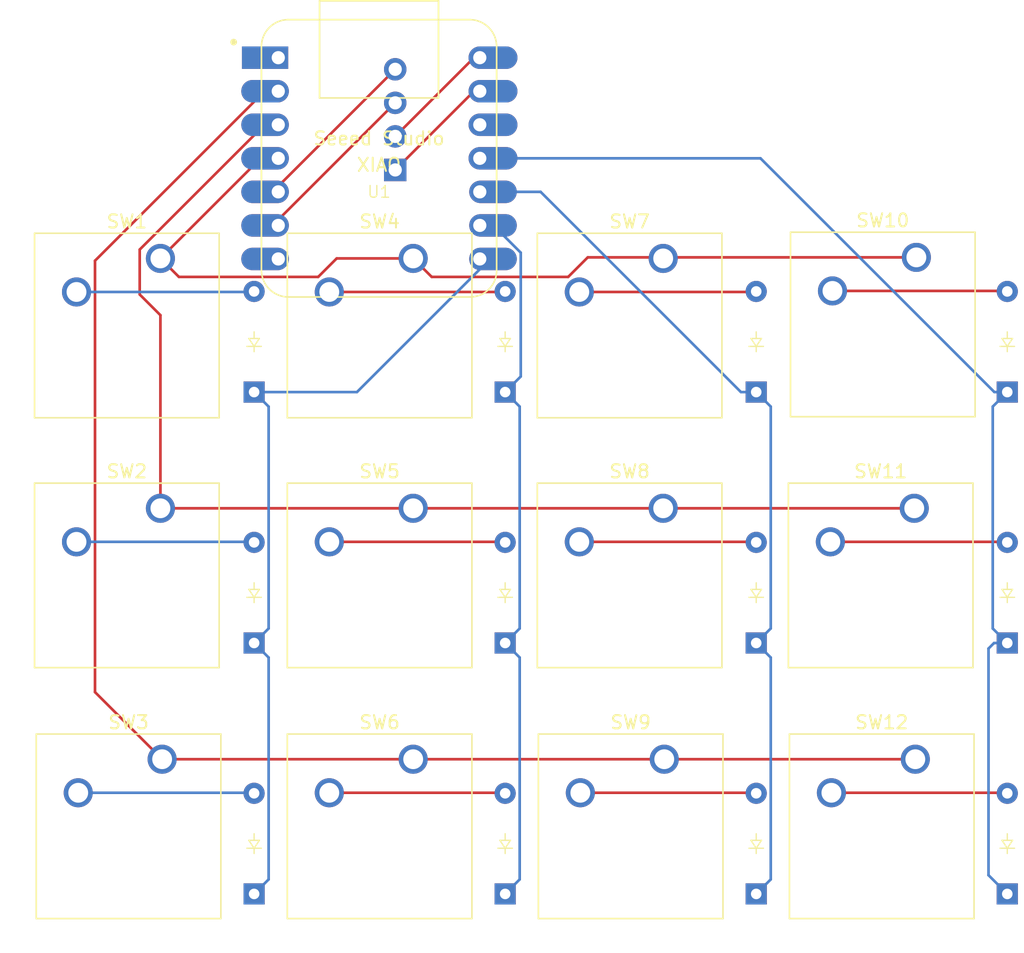
<source format=kicad_pcb>
(kicad_pcb (version 20240108) (generator "pcbnew") (generator_version "8.0")
  (layers (0 "F.Cu" power) (31 "B.Cu" signal) (34 "B.Paste" user) (35 "F.Paste" user) (36 "B.SilkS" user "B.Silkscreen") (37 "F.SilkS" user "F.Silkscreen") (38 "B.Mask" user) (39 "F.Mask" user) (44 "Edge.Cuts" user))
  (net 0 "")
  (net 1 "Net-(D1-A)")
  (net 2 "r0")
  (net 3 "Net-(D2-A)")
  (net 4 "Net-(D3-A)")
  (net 5 "r1")
  (net 6 "Net-(D4-A)")
  (net 7 "Net-(D5-A)")
  (net 8 "Net-(D6-A)")
  (net 9 "r2")
  (net 10 "Net-(D7-A)")
  (net 11 "Net-(D8-A)")
  (net 12 "Net-(D9-A)")
  (net 13 "r3")
  (net 14 "Net-(D10-A)")
  (net 15 "Net-(D11-A)")
  (net 16 "Net-(D12-A)")
  (net 17 "Net-(J1-GND)")
  (net 18 "Net-(J1-SCL)")
  (net 19 "Net-(J1-VCC)")
  (net 20 "Net-(J1-SDA)")
  (net 21 "c0")
  (net 22 "c1")
  (net 23 "c2")
  (footprint "footprintsS:Diode_DO-35" (layer "F.Cu") (at 172.42 103.62 90)
    (property "Reference" "D12" (hide yes))
    (property "Value" "D" (hide yes))
    (fp_line (start 3.46 -0.55) (end 3.46 0.55) (stroke (width 0.1)) (layer "F.SilkS"))
    (fp_line (start 4.06 -0.4) (end 4.06 0.4) (stroke (width 0.1)) (layer "F.SilkS"))
    (fp_line (start 4.06 0) (end 4.56 0) (stroke (width 0.1)) (layer "F.SilkS"))
    (fp_line (start 3.46 0) (end 4.06 -0.4) (stroke (width 0.1)) (layer "F.SilkS"))
    (fp_line (start 3.06 0) (end 3.46 0) (stroke (width 0.1)) (layer "F.SilkS"))
    (fp_line (start 4.06 0.4) (end 3.46 0) (stroke (width 0.1)) (layer "F.SilkS"))
    (pad "1" thru_hole rect (at 0 0 90) (size 1.6 1.6) (drill 0.8) (layers "*.Cu" "*.Mask") (net 13 "r3"))
    (pad "2" thru_hole oval (at 7.62 0 90) (size 1.6 1.6) (drill 0.8) (layers "*.Cu" "*.Mask") (net 16 "Net-(D12-A)"))
  )
  (footprint "footprintsS:Diode_DO-35" (layer "F.Cu") (at 172.42 65.62 90)
    (property "Reference" "D10" (hide yes))
    (property "Value" "D" (hide yes))
    (fp_line (start 3.46 -0.55) (end 3.46 0.55) (stroke (width 0.1)) (layer "F.SilkS"))
    (fp_line (start 4.06 -0.4) (end 4.06 0.4) (stroke (width 0.1)) (layer "F.SilkS"))
    (fp_line (start 4.06 0) (end 4.56 0) (stroke (width 0.1)) (layer "F.SilkS"))
    (fp_line (start 3.46 0) (end 4.06 -0.4) (stroke (width 0.1)) (layer "F.SilkS"))
    (fp_line (start 3.06 0) (end 3.46 0) (stroke (width 0.1)) (layer "F.SilkS"))
    (fp_line (start 4.06 0.4) (end 3.46 0) (stroke (width 0.1)) (layer "F.SilkS"))
    (pad "1" thru_hole rect (at 0 0 90) (size 1.6 1.6) (drill 0.8) (layers "*.Cu" "*.Mask") (net 13 "r3"))
    (pad "2" thru_hole oval (at 7.62 0 90) (size 1.6 1.6) (drill 0.8) (layers "*.Cu" "*.Mask") (net 14 "Net-(D10-A)"))
  )
  (footprint "Button_Switch_Keyboard:SW_Cherry_MX_1.00u_PCB" (layer "F.Cu") (at 165.54 55.42)
    (property "Reference" "SW10" (at -2.54 -2.794 0) (layer "F.SilkS"))
    (property "Value" "SW_Push_45deg")
    (fp_line (start -9.525 -1.905) (end 4.445 -1.905) (stroke (width 0.12)) (layer "F.SilkS"))
    (fp_line (start -9.525 12.065) (end -9.525 -1.905) (stroke (width 0.12)) (layer "F.SilkS"))
    (fp_line (start 4.445 -1.905) (end 4.445 12.065) (stroke (width 0.12)) (layer "F.SilkS"))
    (fp_line (start 4.445 12.065) (end -9.525 12.065) (stroke (width 0.12)) (layer "F.SilkS"))
    (pad "" np_thru_hole circle (at -7.62 5.08) (size 1.7 1.7) (drill 1.7) (layers "*.Cu" "*.Mask"))
    (pad "" np_thru_hole circle (at -2.54 5.08) (size 4 4) (drill 4) (layers "*.Cu" "*.Mask"))
    (pad "" np_thru_hole circle (at 2.54 5.08) (size 1.7 1.7) (drill 1.7) (layers "*.Cu" "*.Mask"))
    (pad "1" thru_hole circle (at 0 0) (size 2.2 2.2) (drill 1.5) (layers "*.Cu" "*.Mask") (net 23 "c2"))
    (pad "2" thru_hole circle (at -6.35 2.54) (size 2.2 2.2) (drill 1.5) (layers "*.Cu" "*.Mask") (net 14 "Net-(D10-A)"))
  )
  (footprint "footprintsS:Diode_DO-35" (layer "F.Cu") (at 153.42 84.62 90)
    (property "Reference" "D8" (hide yes))
    (property "Value" "D" (hide yes))
    (fp_line (start 3.46 -0.55) (end 3.46 0.55) (stroke (width 0.1)) (layer "F.SilkS"))
    (fp_line (start 4.06 -0.4) (end 4.06 0.4) (stroke (width 0.1)) (layer "F.SilkS"))
    (fp_line (start 4.06 0) (end 4.56 0) (stroke (width 0.1)) (layer "F.SilkS"))
    (fp_line (start 3.46 0) (end 4.06 -0.4) (stroke (width 0.1)) (layer "F.SilkS"))
    (fp_line (start 3.06 0) (end 3.46 0) (stroke (width 0.1)) (layer "F.SilkS"))
    (fp_line (start 4.06 0.4) (end 3.46 0) (stroke (width 0.1)) (layer "F.SilkS"))
    (pad "1" thru_hole rect (at 0 0 90) (size 1.6 1.6) (drill 0.8) (layers "*.Cu" "*.Mask") (net 9 "r2"))
    (pad "2" thru_hole oval (at 7.62 0 90) (size 1.6 1.6) (drill 0.8) (layers "*.Cu" "*.Mask") (net 11 "Net-(D8-A)"))
  )
  (footprint "Button_Switch_Keyboard:SW_Cherry_MX_1.00u_PCB" (layer "F.Cu") (at 146.46 93.42)
    (property "Reference" "SW9" (at -2.54 -2.794 0) (layer "F.SilkS"))
    (property "Value" "SW_Push_45deg")
    (fp_line (start -9.525 -1.905) (end 4.445 -1.905) (stroke (width 0.12)) (layer "F.SilkS"))
    (fp_line (start -9.525 12.065) (end -9.525 -1.905) (stroke (width 0.12)) (layer "F.SilkS"))
    (fp_line (start 4.445 -1.905) (end 4.445 12.065) (stroke (width 0.12)) (layer "F.SilkS"))
    (fp_line (start 4.445 12.065) (end -9.525 12.065) (stroke (width 0.12)) (layer "F.SilkS"))
    (pad "" np_thru_hole circle (at -7.62 5.08) (size 1.7 1.7) (drill 1.7) (layers "*.Cu" "*.Mask"))
    (pad "" np_thru_hole circle (at -2.54 5.08) (size 4 4) (drill 4) (layers "*.Cu" "*.Mask"))
    (pad "" np_thru_hole circle (at 2.54 5.08) (size 1.7 1.7) (drill 1.7) (layers "*.Cu" "*.Mask"))
    (pad "1" thru_hole circle (at 0 0) (size 2.2 2.2) (drill 1.5) (layers "*.Cu" "*.Mask") (net 21 "c0"))
    (pad "2" thru_hole circle (at -6.35 2.54) (size 2.2 2.2) (drill 1.5) (layers "*.Cu" "*.Mask") (net 12 "Net-(D9-A)"))
  )
  (footprint "footprintsS:Diode_DO-35" (layer "F.Cu") (at 153.42 103.62 90)
    (property "Reference" "D9" (hide yes))
    (property "Value" "D" (hide yes))
    (fp_line (start 3.46 -0.55) (end 3.46 0.55) (stroke (width 0.1)) (layer "F.SilkS"))
    (fp_line (start 4.06 -0.4) (end 4.06 0.4) (stroke (width 0.1)) (layer "F.SilkS"))
    (fp_line (start 4.06 0) (end 4.56 0) (stroke (width 0.1)) (layer "F.SilkS"))
    (fp_line (start 3.46 0) (end 4.06 -0.4) (stroke (width 0.1)) (layer "F.SilkS"))
    (fp_line (start 3.06 0) (end 3.46 0) (stroke (width 0.1)) (layer "F.SilkS"))
    (fp_line (start 4.06 0.4) (end 3.46 0) (stroke (width 0.1)) (layer "F.SilkS"))
    (pad "1" thru_hole rect (at 0 0 90) (size 1.6 1.6) (drill 0.8) (layers "*.Cu" "*.Mask") (net 9 "r2"))
    (pad "2" thru_hole oval (at 7.62 0 90) (size 1.6 1.6) (drill 0.8) (layers "*.Cu" "*.Mask") (net 12 "Net-(D9-A)"))
  )
  (footprint "Button_Switch_Keyboard:SW_Cherry_MX_1.00u_PCB" (layer "F.Cu") (at 108.33 74.42)
    (property "Reference" "SW2" (at -2.54 -2.794 0) (layer "F.SilkS"))
    (property "Value" "SW_Push_45deg")
    (fp_line (start -9.525 -1.905) (end 4.445 -1.905) (stroke (width 0.12)) (layer "F.SilkS"))
    (fp_line (start -9.525 12.065) (end -9.525 -1.905) (stroke (width 0.12)) (layer "F.SilkS"))
    (fp_line (start 4.445 -1.905) (end 4.445 12.065) (stroke (width 0.12)) (layer "F.SilkS"))
    (fp_line (start 4.445 12.065) (end -9.525 12.065) (stroke (width 0.12)) (layer "F.SilkS"))
    (pad "" np_thru_hole circle (at -7.62 5.08) (size 1.7 1.7) (drill 1.7) (layers "*.Cu" "*.Mask"))
    (pad "" np_thru_hole circle (at -2.54 5.08) (size 4 4) (drill 4) (layers "*.Cu" "*.Mask"))
    (pad "" np_thru_hole circle (at 2.54 5.08) (size 1.7 1.7) (drill 1.7) (layers "*.Cu" "*.Mask"))
    (pad "1" thru_hole circle (at 0 0) (size 2.2 2.2) (drill 1.5) (layers "*.Cu" "*.Mask") (net 22 "c1"))
    (pad "2" thru_hole circle (at -6.35 2.54) (size 2.2 2.2) (drill 1.5) (layers "*.Cu" "*.Mask") (net 3 "Net-(D2-A)"))
  )
  (footprint "Button_Switch_Keyboard:SW_Cherry_MX_1.00u_PCB" (layer "F.Cu") (at 127.46 55.5)
    (property "Reference" "SW4" (at -2.54 -2.794 0) (layer "F.SilkS"))
    (property "Value" "SW_Push_45deg")
    (fp_line (start -9.525 -1.905) (end 4.445 -1.905) (stroke (width 0.12)) (layer "F.SilkS"))
    (fp_line (start -9.525 12.065) (end -9.525 -1.905) (stroke (width 0.12)) (layer "F.SilkS"))
    (fp_line (start 4.445 -1.905) (end 4.445 12.065) (stroke (width 0.12)) (layer "F.SilkS"))
    (fp_line (start 4.445 12.065) (end -9.525 12.065) (stroke (width 0.12)) (layer "F.SilkS"))
    (pad "" np_thru_hole circle (at -7.62 5.08) (size 1.7 1.7) (drill 1.7) (layers "*.Cu" "*.Mask"))
    (pad "" np_thru_hole circle (at -2.54 5.08) (size 4 4) (drill 4) (layers "*.Cu" "*.Mask"))
    (pad "" np_thru_hole circle (at 2.54 5.08) (size 1.7 1.7) (drill 1.7) (layers "*.Cu" "*.Mask"))
    (pad "1" thru_hole circle (at 0 0) (size 2.2 2.2) (drill 1.5) (layers "*.Cu" "*.Mask") (net 23 "c2"))
    (pad "2" thru_hole circle (at -6.35 2.54) (size 2.2 2.2) (drill 1.5) (layers "*.Cu" "*.Mask") (net 6 "Net-(D4-A)"))
  )
  (footprint "Button_Switch_Keyboard:SW_Cherry_MX_1.00u_PCB" (layer "F.Cu") (at 108.33 55.5)
    (property "Reference" "SW1" (at -2.54 -2.794 0) (layer "F.SilkS"))
    (property "Value" "SW_Push_45deg")
    (fp_line (start -9.525 -1.905) (end 4.445 -1.905) (stroke (width 0.12)) (layer "F.SilkS"))
    (fp_line (start -9.525 12.065) (end -9.525 -1.905) (stroke (width 0.12)) (layer "F.SilkS"))
    (fp_line (start 4.445 -1.905) (end 4.445 12.065) (stroke (width 0.12)) (layer "F.SilkS"))
    (fp_line (start 4.445 12.065) (end -9.525 12.065) (stroke (width 0.12)) (layer "F.SilkS"))
    (pad "" np_thru_hole circle (at -7.62 5.08) (size 1.7 1.7) (drill 1.7) (layers "*.Cu" "*.Mask"))
    (pad "" np_thru_hole circle (at -2.54 5.08) (size 4 4) (drill 4) (layers "*.Cu" "*.Mask"))
    (pad "" np_thru_hole circle (at 2.54 5.08) (size 1.7 1.7) (drill 1.7) (layers "*.Cu" "*.Mask"))
    (pad "1" thru_hole circle (at 0 0) (size 2.2 2.2) (drill 1.5) (layers "*.Cu" "*.Mask") (net 23 "c2"))
    (pad "2" thru_hole circle (at -6.35 2.54) (size 2.2 2.2) (drill 1.5) (layers "*.Cu" "*.Mask") (net 1 "Net-(D1-A)"))
  )
  (footprint "footprintsS:Diode_DO-35" (layer "F.Cu") (at 134.42 65.62 90)
    (property "Reference" "D4" (hide yes))
    (property "Value" "D" (hide yes))
    (fp_line (start 3.46 -0.55) (end 3.46 0.55) (stroke (width 0.1)) (layer "F.SilkS"))
    (fp_line (start 4.06 -0.4) (end 4.06 0.4) (stroke (width 0.1)) (layer "F.SilkS"))
    (fp_line (start 4.06 0) (end 4.56 0) (stroke (width 0.1)) (layer "F.SilkS"))
    (fp_line (start 3.46 0) (end 4.06 -0.4) (stroke (width 0.1)) (layer "F.SilkS"))
    (fp_line (start 3.06 0) (end 3.46 0) (stroke (width 0.1)) (layer "F.SilkS"))
    (fp_line (start 4.06 0.4) (end 3.46 0) (stroke (width 0.1)) (layer "F.SilkS"))
    (pad "1" thru_hole rect (at 0 0 90) (size 1.6 1.6) (drill 0.8) (layers "*.Cu" "*.Mask") (net 5 "r1"))
    (pad "2" thru_hole oval (at 7.62 0 90) (size 1.6 1.6) (drill 0.8) (layers "*.Cu" "*.Mask") (net 6 "Net-(D4-A)"))
  )
  (footprint "footprintsS:Diode_DO-35" (layer "F.Cu") (at 134.42 84.62 90)
    (property "Reference" "D5" (hide yes))
    (property "Value" "D" (hide yes))
    (fp_line (start 3.46 -0.55) (end 3.46 0.55) (stroke (width 0.1)) (layer "F.SilkS"))
    (fp_line (start 4.06 -0.4) (end 4.06 0.4) (stroke (width 0.1)) (layer "F.SilkS"))
    (fp_line (start 4.06 0) (end 4.56 0) (stroke (width 0.1)) (layer "F.SilkS"))
    (fp_line (start 3.46 0) (end 4.06 -0.4) (stroke (width 0.1)) (layer "F.SilkS"))
    (fp_line (start 3.06 0) (end 3.46 0) (stroke (width 0.1)) (layer "F.SilkS"))
    (fp_line (start 4.06 0.4) (end 3.46 0) (stroke (width 0.1)) (layer "F.SilkS"))
    (pad "1" thru_hole rect (at 0 0 90) (size 1.6 1.6) (drill 0.8) (layers "*.Cu" "*.Mask") (net 5 "r1"))
    (pad "2" thru_hole oval (at 7.62 0 90) (size 1.6 1.6) (drill 0.8) (layers "*.Cu" "*.Mask") (net 7 "Net-(D5-A)"))
  )
  (footprint "footprintsS:Diode_DO-35" (layer "F.Cu") (at 172.42 84.62 90)
    (property "Reference" "D11" (hide yes))
    (property "Value" "D" (hide yes))
    (fp_line (start 3.46 -0.55) (end 3.46 0.55) (stroke (width 0.1)) (layer "F.SilkS"))
    (fp_line (start 4.06 -0.4) (end 4.06 0.4) (stroke (width 0.1)) (layer "F.SilkS"))
    (fp_line (start 4.06 0) (end 4.56 0) (stroke (width 0.1)) (layer "F.SilkS"))
    (fp_line (start 3.46 0) (end 4.06 -0.4) (stroke (width 0.1)) (layer "F.SilkS"))
    (fp_line (start 3.06 0) (end 3.46 0) (stroke (width 0.1)) (layer "F.SilkS"))
    (fp_line (start 4.06 0.4) (end 3.46 0) (stroke (width 0.1)) (layer "F.SilkS"))
    (pad "1" thru_hole rect (at 0 0 90) (size 1.6 1.6) (drill 0.8) (layers "*.Cu" "*.Mask") (net 13 "r3"))
    (pad "2" thru_hole oval (at 7.62 0 90) (size 1.6 1.6) (drill 0.8) (layers "*.Cu" "*.Mask") (net 15 "Net-(D11-A)"))
  )
  (footprint "Button_Switch_Keyboard:SW_Cherry_MX_1.00u_PCB" (layer "F.Cu") (at 108.46 93.42)
    (property "Reference" "SW3" (at -2.54 -2.794 0) (layer "F.SilkS"))
    (property "Value" "SW_Push_45deg")
    (fp_line (start -9.525 -1.905) (end 4.445 -1.905) (stroke (width 0.12)) (layer "F.SilkS"))
    (fp_line (start -9.525 12.065) (end -9.525 -1.905) (stroke (width 0.12)) (layer "F.SilkS"))
    (fp_line (start 4.445 -1.905) (end 4.445 12.065) (stroke (width 0.12)) (layer "F.SilkS"))
    (fp_line (start 4.445 12.065) (end -9.525 12.065) (stroke (width 0.12)) (layer "F.SilkS"))
    (pad "" np_thru_hole circle (at -7.62 5.08) (size 1.7 1.7) (drill 1.7) (layers "*.Cu" "*.Mask"))
    (pad "" np_thru_hole circle (at -2.54 5.08) (size 4 4) (drill 4) (layers "*.Cu" "*.Mask"))
    (pad "" np_thru_hole circle (at 2.54 5.08) (size 1.7 1.7) (drill 1.7) (layers "*.Cu" "*.Mask"))
    (pad "1" thru_hole circle (at 0 0) (size 2.2 2.2) (drill 1.5) (layers "*.Cu" "*.Mask") (net 21 "c0"))
    (pad "2" thru_hole circle (at -6.35 2.54) (size 2.2 2.2) (drill 1.5) (layers "*.Cu" "*.Mask") (net 4 "Net-(D3-A)"))
  )
  (footprint "footprintsS:OLED_128x32" (layer "F.Cu") (at 124.5 39)
    (property "Reference" "J1" (hide yes))
    (property "Value" "OLED_128x32")
    (pad "1" thru_hole rect (at 1.6 9.8 180) (size 1.7 1.7) (drill 1) (layers "*.Cu" "*.Mask") (net 17 "Net-(J1-GND)"))
    (pad "2" thru_hole oval (at 1.6 7.26 180) (size 1.7 1.7) (drill 1) (layers "*.Cu" "*.Mask") (net 19 "Net-(J1-VCC)"))
    (pad "3" thru_hole oval (at 1.6 4.72 180) (size 1.7 1.7) (drill 1) (layers "*.Cu" "*.Mask") (net 18 "Net-(J1-SCL)"))
    (pad "4" thru_hole oval (at 1.6 2.18 180) (size 1.7 1.7) (drill 1) (layers "*.Cu" "*.Mask") (net 20 "Net-(J1-SDA)"))
  )
  (footprint "Button_Switch_Keyboard:SW_Cherry_MX_1.00u_PCB" (layer "F.Cu") (at 127.46 74.42)
    (property "Reference" "SW5" (at -2.54 -2.794 0) (layer "F.SilkS"))
    (property "Value" "SW_Push_45deg")
    (fp_line (start -9.525 -1.905) (end 4.445 -1.905) (stroke (width 0.12)) (layer "F.SilkS"))
    (fp_line (start -9.525 12.065) (end -9.525 -1.905) (stroke (width 0.12)) (layer "F.SilkS"))
    (fp_line (start 4.445 -1.905) (end 4.445 12.065) (stroke (width 0.12)) (layer "F.SilkS"))
    (fp_line (start 4.445 12.065) (end -9.525 12.065) (stroke (width 0.12)) (layer "F.SilkS"))
    (pad "" np_thru_hole circle (at -7.62 5.08) (size 1.7 1.7) (drill 1.7) (layers "*.Cu" "*.Mask"))
    (pad "" np_thru_hole circle (at -2.54 5.08) (size 4 4) (drill 4) (layers "*.Cu" "*.Mask"))
    (pad "" np_thru_hole circle (at 2.54 5.08) (size 1.7 1.7) (drill 1.7) (layers "*.Cu" "*.Mask"))
    (pad "1" thru_hole circle (at 0 0) (size 2.2 2.2) (drill 1.5) (layers "*.Cu" "*.Mask") (net 22 "c1"))
    (pad "2" thru_hole circle (at -6.35 2.54) (size 2.2 2.2) (drill 1.5) (layers "*.Cu" "*.Mask") (net 7 "Net-(D5-A)"))
  )
  (footprint "footprintsS:Diode_DO-35" (layer "F.Cu") (at 134.42 103.62 90)
    (property "Reference" "D6" (hide yes))
    (property "Value" "D" (hide yes))
    (fp_line (start 3.46 -0.55) (end 3.46 0.55) (stroke (width 0.1)) (layer "F.SilkS"))
    (fp_line (start 4.06 -0.4) (end 4.06 0.4) (stroke (width 0.1)) (layer "F.SilkS"))
    (fp_line (start 4.06 0) (end 4.56 0) (stroke (width 0.1)) (layer "F.SilkS"))
    (fp_line (start 3.46 0) (end 4.06 -0.4) (stroke (width 0.1)) (layer "F.SilkS"))
    (fp_line (start 3.06 0) (end 3.46 0) (stroke (width 0.1)) (layer "F.SilkS"))
    (fp_line (start 4.06 0.4) (end 3.46 0) (stroke (width 0.1)) (layer "F.SilkS"))
    (pad "1" thru_hole rect (at 0 0 90) (size 1.6 1.6) (drill 0.8) (layers "*.Cu" "*.Mask") (net 5 "r1"))
    (pad "2" thru_hole oval (at 7.62 0 90) (size 1.6 1.6) (drill 0.8) (layers "*.Cu" "*.Mask") (net 8 "Net-(D6-A)"))
  )
  (footprint "footprintsS:Diode_DO-35" (layer "F.Cu") (at 153.42 65.62 90)
    (property "Reference" "D7" (hide yes))
    (property "Value" "D" (hide yes))
    (fp_line (start 3.46 -0.55) (end 3.46 0.55) (stroke (width 0.1)) (layer "F.SilkS"))
    (fp_line (start 4.06 -0.4) (end 4.06 0.4) (stroke (width 0.1)) (layer "F.SilkS"))
    (fp_line (start 4.06 0) (end 4.56 0) (stroke (width 0.1)) (layer "F.SilkS"))
    (fp_line (start 3.46 0) (end 4.06 -0.4) (stroke (width 0.1)) (layer "F.SilkS"))
    (fp_line (start 3.06 0) (end 3.46 0) (stroke (width 0.1)) (layer "F.SilkS"))
    (fp_line (start 4.06 0.4) (end 3.46 0) (stroke (width 0.1)) (layer "F.SilkS"))
    (pad "1" thru_hole rect (at 0 0 90) (size 1.6 1.6) (drill 0.8) (layers "*.Cu" "*.Mask") (net 9 "r2"))
    (pad "2" thru_hole oval (at 7.62 0 90) (size 1.6 1.6) (drill 0.8) (layers "*.Cu" "*.Mask") (net 10 "Net-(D7-A)"))
  )
  (footprint "Button_Switch_Keyboard:SW_Cherry_MX_1.00u_PCB" (layer "F.Cu") (at 127.46 93.42)
    (property "Reference" "SW6" (at -2.54 -2.794 0) (layer "F.SilkS"))
    (property "Value" "SW_Push_45deg")
    (fp_line (start -9.525 -1.905) (end 4.445 -1.905) (stroke (width 0.12)) (layer "F.SilkS"))
    (fp_line (start -9.525 12.065) (end -9.525 -1.905) (stroke (width 0.12)) (layer "F.SilkS"))
    (fp_line (start 4.445 -1.905) (end 4.445 12.065) (stroke (width 0.12)) (layer "F.SilkS"))
    (fp_line (start 4.445 12.065) (end -9.525 12.065) (stroke (width 0.12)) (layer "F.SilkS"))
    (pad "" np_thru_hole circle (at -7.62 5.08) (size 1.7 1.7) (drill 1.7) (layers "*.Cu" "*.Mask"))
    (pad "" np_thru_hole circle (at -2.54 5.08) (size 4 4) (drill 4) (layers "*.Cu" "*.Mask"))
    (pad "" np_thru_hole circle (at 2.54 5.08) (size 1.7 1.7) (drill 1.7) (layers "*.Cu" "*.Mask"))
    (pad "1" thru_hole circle (at 0 0) (size 2.2 2.2) (drill 1.5) (layers "*.Cu" "*.Mask") (net 21 "c0"))
    (pad "2" thru_hole circle (at -6.35 2.54) (size 2.2 2.2) (drill 1.5) (layers "*.Cu" "*.Mask") (net 8 "Net-(D6-A)"))
  )
  (footprint "Button_Switch_Keyboard:SW_Cherry_MX_1.00u_PCB" (layer "F.Cu") (at 146.38 74.42)
    (property "Reference" "SW8" (at -2.54 -2.794 0) (layer "F.SilkS"))
    (property "Value" "SW_Push_45deg")
    (fp_line (start -9.525 -1.905) (end 4.445 -1.905) (stroke (width 0.12)) (layer "F.SilkS"))
    (fp_line (start -9.525 12.065) (end -9.525 -1.905) (stroke (width 0.12)) (layer "F.SilkS"))
    (fp_line (start 4.445 -1.905) (end 4.445 12.065) (stroke (width 0.12)) (layer "F.SilkS"))
    (fp_line (start 4.445 12.065) (end -9.525 12.065) (stroke (width 0.12)) (layer "F.SilkS"))
    (pad "" np_thru_hole circle (at -7.62 5.08) (size 1.7 1.7) (drill 1.7) (layers "*.Cu" "*.Mask"))
    (pad "" np_thru_hole circle (at -2.54 5.08) (size 4 4) (drill 4) (layers "*.Cu" "*.Mask"))
    (pad "" np_thru_hole circle (at 2.54 5.08) (size 1.7 1.7) (drill 1.7) (layers "*.Cu" "*.Mask"))
    (pad "1" thru_hole circle (at 0 0) (size 2.2 2.2) (drill 1.5) (layers "*.Cu" "*.Mask") (net 22 "c1"))
    (pad "2" thru_hole circle (at -6.35 2.54) (size 2.2 2.2) (drill 1.5) (layers "*.Cu" "*.Mask") (net 11 "Net-(D8-A)"))
  )
  (footprint "footprints:XIAO-Generic-Hybrid-14P-2.54-21X17.8MM" (layer "F.Cu") (at 124.875 47.92)
    (property "Reference" "U1" (at 0 2.54 0) (layer "F.SilkS") (effects (font (size 0.889 0.889) (thickness 0.1016))))
    (property "Value" "MOUDLE-SEEEDUINO-XIAO" (hide yes))
    (fp_line (start -8.9 -8.5) (end -8.9 8.5) (stroke (width 0.127)) (layer "F.SilkS"))
    (fp_line (start -6.9 10.5) (end 6.9 10.5) (stroke (width 0.127)) (layer "F.SilkS"))
    (fp_line (start -4.5 -11.92403) (end 4.5 -11.92403) (stroke (width 0.127)) (layer "F.SilkS"))
    (fp_line (start -4.5 -4.57073) (end -4.5 -11.92403) (stroke (width 0.127)) (layer "F.SilkS"))
    (fp_line (start 4.5 -11.92403) (end 4.5 -4.57073) (stroke (width 0.127)) (layer "F.SilkS"))
    (fp_line (start 4.5 -4.57073) (end -4.5 -4.57073) (stroke (width 0.127)) (layer "F.SilkS"))
    (fp_line (start 6.9 -10.49909) (end -6.9 -10.49909) (stroke (width 0.127)) (layer "F.SilkS"))
    (fp_line (start 8.9 8.5) (end 8.9 -8.5) (stroke (width 0.127)) (layer "F.SilkS"))
    (fp_arc (start -8.9 -8.5) (mid -8.301491 -9.901491) (end -6.9 -10.5) (stroke (width 0.12)) (layer "F.SilkS"))
    (fp_arc (start -6.9 10.5) (mid -8.301423 9.901423) (end -8.9 8.5) (stroke (width 0.12)) (layer "F.SilkS"))
    (fp_arc (start 6.9 -10.5) (mid 8.301494 -9.901494) (end 8.9 -8.5) (stroke (width 0.12)) (layer "F.SilkS"))
    (fp_arc (start 8.9 8.5) (mid 8.314214 9.914214) (end 6.9 10.5) (stroke (width 0.12)) (layer "F.SilkS"))
    (fp_circle (center -11 -8.8) (end -11 -9.054) (fill solid) (layer "F.SilkS"))
    (fp_poly (pts (xy -8.887715 -8.561705) (xy -8.884667 -8.610473) (xy -8.880603 -8.659494)) (stroke (width 0.0254)) (fill none) (layer "F.SilkS"))
    (fp_poly (pts (xy 8.889492 8.521574) (xy 8.887713 8.57085) (xy 8.884665 8.619618) (xy 8.880601 8.668639) (xy 8.875268 8.717407) (xy 8.868664 8.766175) (xy 8.861044 8.81469) (xy 8.852153 8.86295) (xy 8.842248 8.910955)) (stroke (width 0.0254)) (fill none) (layer "F.SilkS"))
    (fp_text user "Seeed Studio" (at 0 -1.5 0) (layer "F.SilkS"))
    (fp_text user "XIAO" (at 0 0.5 0) (layer "F.SilkS"))
    (pad "1" thru_hole rect (at -7.625 -7.62) (size 3.5 1.7) (drill 1 (offset -1 0)) (layers "*.Cu" "*.Mask"))
    (pad "2" thru_hole oval (at -7.625 -5.08) (size 3.6 1.7) (drill 1 (offset -1 0)) (layers "*.Cu" "*.Mask") (net 21 "c0"))
    (pad "3" thru_hole oval (at -7.625 -2.54) (size 3.6 1.7) (drill 1 (offset -1 0)) (layers "*.Cu" "*.Mask") (net 22 "c1"))
    (pad "4" thru_hole oval (at -7.625 0) (size 3.6 1.7) (drill 1 (offset -1 0)) (layers "*.Cu" "*.Mask") (net 23 "c2"))
    (pad "5" thru_hole oval (at -7.625 2.54) (size 3.6 1.7) (drill 1 (offset -1 0)) (layers "*.Cu" "*.Mask") (net 20 "Net-(J1-SDA)"))
    (pad "6" thru_hole oval (at -7.625 5.08 180) (size 3.6 1.7) (drill 1 (offset 1 0)) (layers "*.Cu" "*.Mask") (net 18 "Net-(J1-SCL)"))
    (pad "7" thru_hole oval (at -7.625 7.62) (size 3.6 1.7) (drill 1 (offset -1 0)) (layers "*.Cu" "*.Mask"))
    (pad "8" thru_hole oval (at 7.625 7.62) (size 3.6 1.7) (drill 1 (offset 1 0)) (layers "*.Cu" "*.Mask") (net 2 "r0"))
    (pad "9" thru_hole oval (at 7.625 5.08) (size 3.6 1.7) (drill 1 (offset 1 0)) (layers "*.Cu" "*.Mask") (net 5 "r1"))
    (pad "10" thru_hole oval (at 7.625 2.54) (size 3.6 1.7) (drill 1 (offset 1 0)) (layers "*.Cu" "*.Mask") (net 9 "r2"))
    (pad "11" thru_hole oval (at 7.625 0) (size 3.7 1.7) (drill 1 (offset 1 0)) (layers "*.Cu" "*.Mask") (net 13 "r3"))
    (pad "12" thru_hole oval (at 7.625 -2.54) (size 3.7 1.7) (drill 1 (offset 1 0)) (layers "*.Cu" "*.Mask"))
    (pad "13" thru_hole oval (at 7.625 -5.08) (size 3.7 1.7) (drill 1 (offset 1 0)) (layers "*.Cu" "*.Mask") (net 17 "Net-(J1-GND)"))
    (pad "14" thru_hole oval (at 7.625 -7.62) (size 3.7 1.7) (drill 1 (offset 1 0)) (layers "*.Cu" "*.Mask") (net 19 "Net-(J1-VCC)"))
  )
  (footprint "Button_Switch_Keyboard:SW_Cherry_MX_1.00u_PCB" (layer "F.Cu") (at 146.38 55.5)
    (property "Reference" "SW7" (at -2.54 -2.794 0) (layer "F.SilkS"))
    (property "Value" "SW_Push_45deg")
    (fp_line (start -9.525 -1.905) (end 4.445 -1.905) (stroke (width 0.12)) (layer "F.SilkS"))
    (fp_line (start -9.525 12.065) (end -9.525 -1.905) (stroke (width 0.12)) (layer "F.SilkS"))
    (fp_line (start 4.445 -1.905) (end 4.445 12.065) (stroke (width 0.12)) (layer "F.SilkS"))
    (fp_line (start 4.445 12.065) (end -9.525 12.065) (stroke (width 0.12)) (layer "F.SilkS"))
    (pad "" np_thru_hole circle (at -7.62 5.08) (size 1.7 1.7) (drill 1.7) (layers "*.Cu" "*.Mask"))
    (pad "" np_thru_hole circle (at -2.54 5.08) (size 4 4) (drill 4) (layers "*.Cu" "*.Mask"))
    (pad "" np_thru_hole circle (at 2.54 5.08) (size 1.7 1.7) (drill 1.7) (layers "*.Cu" "*.Mask"))
    (pad "1" thru_hole circle (at 0 0) (size 2.2 2.2) (drill 1.5) (layers "*.Cu" "*.Mask") (net 23 "c2"))
    (pad "2" thru_hole circle (at -6.35 2.54) (size 2.2 2.2) (drill 1.5) (layers "*.Cu" "*.Mask") (net 10 "Net-(D7-A)"))
  )
  (footprint "footprintsS:Diode_DO-35" (layer "F.Cu") (at 115.42 65.62 90)
    (property "Reference" "D1" (hide yes))
    (property "Value" "D" (hide yes))
    (fp_line (start 3.46 -0.55) (end 3.46 0.55) (stroke (width 0.1)) (layer "F.SilkS"))
    (fp_line (start 4.06 -0.4) (end 4.06 0.4) (stroke (width 0.1)) (layer "F.SilkS"))
    (fp_line (start 4.06 0) (end 4.56 0) (stroke (width 0.1)) (layer "F.SilkS"))
    (fp_line (start 3.46 0) (end 4.06 -0.4) (stroke (width 0.1)) (layer "F.SilkS"))
    (fp_line (start 3.06 0) (end 3.46 0) (stroke (width 0.1)) (layer "F.SilkS"))
    (fp_line (start 4.06 0.4) (end 3.46 0) (stroke (width 0.1)) (layer "F.SilkS"))
    (pad "1" thru_hole rect (at 0 0 90) (size 1.6 1.6) (drill 0.8) (layers "*.Cu" "*.Mask") (net 2 "r0"))
    (pad "2" thru_hole oval (at 7.62 0 90) (size 1.6 1.6) (drill 0.8) (layers "*.Cu" "*.Mask") (net 1 "Net-(D1-A)"))
  )
  (footprint "footprintsS:Diode_DO-35" (layer "F.Cu") (at 115.42 84.62 90)
    (property "Reference" "D2" (hide yes))
    (property "Value" "D" (hide yes))
    (fp_line (start 3.46 -0.55) (end 3.46 0.55) (stroke (width 0.1)) (layer "F.SilkS"))
    (fp_line (start 4.06 -0.4) (end 4.06 0.4) (stroke (width 0.1)) (layer "F.SilkS"))
    (fp_line (start 4.06 0) (end 4.56 0) (stroke (width 0.1)) (layer "F.SilkS"))
    (fp_line (start 3.46 0) (end 4.06 -0.4) (stroke (width 0.1)) (layer "F.SilkS"))
    (fp_line (start 3.06 0) (end 3.46 0) (stroke (width 0.1)) (layer "F.SilkS"))
    (fp_line (start 4.06 0.4) (end 3.46 0) (stroke (width 0.1)) (layer "F.SilkS"))
    (pad "1" thru_hole rect (at 0 0 90) (size 1.6 1.6) (drill 0.8) (layers "*.Cu" "*.Mask") (net 2 "r0"))
    (pad "2" thru_hole oval (at 7.62 0 90) (size 1.6 1.6) (drill 0.8) (layers "*.Cu" "*.Mask") (net 3 "Net-(D2-A)"))
  )
  (footprint "footprintsS:Diode_DO-35" (layer "F.Cu") (at 115.42 103.62 90)
    (property "Reference" "D3" (hide yes))
    (property "Value" "D" (hide yes))
    (fp_line (start 3.46 -0.55) (end 3.46 0.55) (stroke (width 0.1)) (layer "F.SilkS"))
    (fp_line (start 4.06 -0.4) (end 4.06 0.4) (stroke (width 0.1)) (layer "F.SilkS"))
    (fp_line (start 4.06 0) (end 4.56 0) (stroke (width 0.1)) (layer "F.SilkS"))
    (fp_line (start 3.46 0) (end 4.06 -0.4) (stroke (width 0.1)) (layer "F.SilkS"))
    (fp_line (start 3.06 0) (end 3.46 0) (stroke (width 0.1)) (layer "F.SilkS"))
    (fp_line (start 4.06 0.4) (end 3.46 0) (stroke (width 0.1)) (layer "F.SilkS"))
    (pad "1" thru_hole rect (at 0 0 90) (size 1.6 1.6) (drill 0.8) (layers "*.Cu" "*.Mask") (net 2 "r0"))
    (pad "2" thru_hole oval (at 7.62 0 90) (size 1.6 1.6) (drill 0.8) (layers "*.Cu" "*.Mask") (net 4 "Net-(D3-A)"))
  )
  (footprint "Button_Switch_Keyboard:SW_Cherry_MX_1.00u_PCB" (layer "F.Cu") (at 165.46 93.42)
    (property "Reference" "SW12" (at -2.54 -2.794 0) (layer "F.SilkS"))
    (property "Value" "SW_Push_45deg")
    (fp_line (start -9.525 -1.905) (end 4.445 -1.905) (stroke (width 0.12)) (layer "F.SilkS"))
    (fp_line (start -9.525 12.065) (end -9.525 -1.905) (stroke (width 0.12)) (layer "F.SilkS"))
    (fp_line (start 4.445 -1.905) (end 4.445 12.065) (stroke (width 0.12)) (layer "F.SilkS"))
    (fp_line (start 4.445 12.065) (end -9.525 12.065) (stroke (width 0.12)) (layer "F.SilkS"))
    (pad "" np_thru_hole circle (at -7.62 5.08) (size 1.7 1.7) (drill 1.7) (layers "*.Cu" "*.Mask"))
    (pad "" np_thru_hole circle (at -2.54 5.08) (size 4 4) (drill 4) (layers "*.Cu" "*.Mask"))
    (pad "" np_thru_hole circle (at 2.54 5.08) (size 1.7 1.7) (drill 1.7) (layers "*.Cu" "*.Mask"))
    (pad "1" thru_hole circle (at 0 0) (size 2.2 2.2) (drill 1.5) (layers "*.Cu" "*.Mask") (net 21 "c0"))
    (pad "2" thru_hole circle (at -6.35 2.54) (size 2.2 2.2) (drill 1.5) (layers "*.Cu" "*.Mask") (net 16 "Net-(D12-A)"))
  )
  (footprint "Button_Switch_Keyboard:SW_Cherry_MX_1.00u_PCB" (layer "F.Cu") (at 165.38 74.42)
    (property "Reference" "SW11" (at -2.54 -2.794 0) (layer "F.SilkS"))
    (property "Value" "SW_Push_45deg")
    (fp_line (start -9.525 -1.905) (end 4.445 -1.905) (stroke (width 0.12)) (layer "F.SilkS"))
    (fp_line (start -9.525 12.065) (end -9.525 -1.905) (stroke (width 0.12)) (layer "F.SilkS"))
    (fp_line (start 4.445 -1.905) (end 4.445 12.065) (stroke (width 0.12)) (layer "F.SilkS"))
    (fp_line (start 4.445 12.065) (end -9.525 12.065) (stroke (width 0.12)) (layer "F.SilkS"))
    (pad "" np_thru_hole circle (at -7.62 5.08) (size 1.7 1.7) (drill 1.7) (layers "*.Cu" "*.Mask"))
    (pad "" np_thru_hole circle (at -2.54 5.08) (size 4 4) (drill 4) (layers "*.Cu" "*.Mask"))
    (pad "" np_thru_hole circle (at 2.54 5.08) (size 1.7 1.7) (drill 1.7) (layers "*.Cu" "*.Mask"))
    (pad "1" thru_hole circle (at 0 0) (size 2.2 2.2) (drill 1.5) (layers "*.Cu" "*.Mask") (net 22 "c1"))
    (pad "2" thru_hole circle (at -6.35 2.54) (size 2.2 2.2) (drill 1.5) (layers "*.Cu" "*.Mask") (net 15 "Net-(D11-A)"))
  )
  (segment (start 115.38 58.04) (end 115.42 58) (width 0.2) (layer "B.Cu") (net 1))
  (segment (start 101.98 58.04) (end 115.38 58.04) (width 0.2) (layer "B.Cu") (net 1))
  (segment (start 123.203402 65.62) (end 115.42 65.62) (width 0.2) (layer "B.Cu") (net 2))
  (segment (start 132.5 55.54) (end 132.5 56.323402) (width 0.2) (layer "B.Cu") (net 2))
  (segment (start 115.42 84.62) (end 116.52 85.72) (width 0.2) (layer "B.Cu") (net 2))
  (segment (start 116.52 83.52) (end 115.42 84.62) (width 0.2) (layer "B.Cu") (net 2))
  (segment (start 116.52 85.72) (end 116.52 102.52) (width 0.2) (layer "B.Cu") (net 2))
  (segment (start 132.5 56.323402) (end 123.203402 65.62) (width 0.2) (layer "B.Cu") (net 2))
  (segment (start 115.42 65.62) (end 116.52 66.72) (width 0.2) (layer "B.Cu") (net 2))
  (segment (start 116.52 66.72) (end 116.52 83.52) (width 0.2) (layer "B.Cu") (net 2))
  (segment (start 116.52 102.52) (end 115.42 103.62) (width 0.2) (layer "B.Cu") (net 2))
  (segment (start 115.38 76.96) (end 115.42 77) (width 0.2) (layer "B.Cu") (net 3))
  (segment (start 101.98 76.96) (end 115.38 76.96) (width 0.2) (layer "B.Cu") (net 3))
  (segment (start 102.11 95.96) (end 115.38 95.96) (width 0.2) (layer "B.Cu") (net 4))
  (segment (start 115.38 95.96) (end 115.42 96) (width 0.2) (layer "B.Cu") (net 4))
  (segment (start 135.52 83.52) (end 134.42 84.62) (width 0.2) (layer "B.Cu") (net 5))
  (segment (start 135.6 64.44) (end 134.42 65.62) (width 0.2) (layer "B.Cu") (net 5))
  (segment (start 135.52 85.72) (end 135.52 102.52) (width 0.2) (layer "B.Cu") (net 5))
  (segment (start 134.42 84.62) (end 135.52 85.72) (width 0.2) (layer "B.Cu") (net 5))
  (segment (start 135.52 66.72) (end 135.52 83.52) (width 0.2) (layer "B.Cu") (net 5))
  (segment (start 133.536346 53) (end 135.6 55.063654) (width 0.2) (layer "B.Cu") (net 5))
  (segment (start 134.42 65.62) (end 135.52 66.72) (width 0.2) (layer "B.Cu") (net 5))
  (segment (start 135.6 55.063654) (end 135.6 64.44) (width 0.2) (layer "B.Cu") (net 5))
  (segment (start 135.52 102.52) (end 134.42 103.62) (width 0.2) (layer "B.Cu") (net 5))
  (segment (start 132.5 53) (end 133.536346 53) (width 0.2) (layer "B.Cu") (net 5))
  (segment (start 134.38 58.04) (end 134.42 58) (width 0.2) (layer "F.Cu") (net 6))
  (segment (start 121.11 58.04) (end 134.38 58.04) (width 0.2) (layer "F.Cu") (net 6))
  (segment (start 121.11 76.96) (end 134.38 76.96) (width 0.2) (layer "F.Cu") (net 7))
  (segment (start 134.38 76.96) (end 134.42 77) (width 0.2) (layer "F.Cu") (net 7))
  (segment (start 134.38 95.96) (end 134.42 96) (width 0.2) (layer "F.Cu") (net 8))
  (segment (start 121.11 95.96) (end 134.38 95.96) (width 0.2) (layer "F.Cu") (net 8))
  (segment (start 152.262944 65.62) (end 153.42 65.62) (width 0.2) (layer "B.Cu") (net 9))
  (segment (start 154.52 83.52) (end 153.42 84.62) (width 0.2) (layer "B.Cu") (net 9))
  (segment (start 132.5 50.46) (end 137.102944 50.46) (width 0.2) (layer "B.Cu") (net 9))
  (segment (start 154.52 85.72) (end 154.52 102.52) (width 0.2) (layer "B.Cu") (net 9))
  (segment (start 137.102944 50.46) (end 152.262944 65.62) (width 0.2) (layer "B.Cu") (net 9))
  (segment (start 153.42 84.62) (end 154.52 85.72) (width 0.2) (layer "B.Cu") (net 9))
  (segment (start 154.52 102.52) (end 153.42 103.62) (width 0.2) (layer "B.Cu") (net 9))
  (segment (start 153.42 65.62) (end 154.52 66.72) (width 0.2) (layer "B.Cu") (net 9))
  (segment (start 154.52 66.72) (end 154.52 83.52) (width 0.2) (layer "B.Cu") (net 9))
  (segment (start 153.38 58.04) (end 153.42 58) (width 0.2) (layer "F.Cu") (net 10))
  (segment (start 140.03 58.04) (end 153.38 58.04) (width 0.2) (layer "F.Cu") (net 10))
  (segment (start 153.38 76.96) (end 153.42 77) (width 0.2) (layer "F.Cu") (net 11))
  (segment (start 140.03 76.96) (end 153.38 76.96) (width 0.2) (layer "F.Cu") (net 11))
  (segment (start 140.11 95.96) (end 153.38 95.96) (width 0.2) (layer "F.Cu") (net 12))
  (segment (start 153.38 95.96) (end 153.42 96) (width 0.2) (layer "F.Cu") (net 12))
  (segment (start 171.42 84.62) (end 171 85.04) (width 0.2) (layer "B.Cu") (net 13))
  (segment (start 171 85.04) (end 171 102.2) (width 0.2) (layer "B.Cu") (net 13))
  (segment (start 171 102.2) (end 172.42 103.62) (width 0.2) (layer "B.Cu") (net 13))
  (segment (start 172.42 84.62) (end 171.42 84.62) (width 0.2) (layer "B.Cu") (net 13))
  (segment (start 171.32 83.52) (end 172.42 84.62) (width 0.2) (layer "B.Cu") (net 13))
  (segment (start 171.443402 65.62) (end 172.42 65.62) (width 0.2) (layer "B.Cu") (net 13))
  (segment (start 153.743402 47.92) (end 171.443402 65.62) (width 0.2) (layer "B.Cu") (net 13))
  (segment (start 172.42 65.62) (end 171.32 66.72) (width 0.2) (layer "B.Cu") (net 13))
  (segment (start 132.5 47.92) (end 153.743402 47.92) (width 0.2) (layer "B.Cu") (net 13))
  (segment (start 171.32 66.72) (end 171.32 83.52) (width 0.2) (layer "B.Cu") (net 13))
  (segment (start 159.19 57.96) (end 172.38 57.96) (width 0.2) (layer "F.Cu") (net 14))
  (segment (start 172.38 57.96) (end 172.42 58) (width 0.2) (layer "F.Cu") (net 14))
  (segment (start 159.03 76.96) (end 172.38 76.96) (width 0.2) (layer "F.Cu") (net 15))
  (segment (start 172.38 76.96) (end 172.42 77) (width 0.2) (layer "F.Cu") (net 15))
  (segment (start 172.38 95.96) (end 172.42 96) (width 0.2) (layer "F.Cu") (net 16))
  (segment (start 159.11 95.96) (end 172.38 95.96) (width 0.2) (layer "F.Cu") (net 16))
  (segment (start 132.06 42.84) (end 126.1 48.8) (width 0.2) (layer "F.Cu") (net 17))
  (segment (start 132.5 42.84) (end 132.06 42.84) (width 0.2) (layer "F.Cu") (net 17))
  (segment (start 132.5 42.84) (end 132.06 42.84) (width 0.2) (layer "B.Cu") (net 17))
  (segment (start 126.1 43.72) (end 117.25 52.57) (width 0.2) (layer "F.Cu") (net 18))
  (segment (start 132.06 40.3) (end 126.1 46.26) (width 0.2) (layer "F.Cu") (net 19))
  (segment (start 132.5 40.3) (end 132.06 40.3) (width 0.2) (layer "F.Cu") (net 19))
  (segment (start 132.5 40.3) (end 132.06 40.3) (width 0.2) (layer "B.Cu") (net 19))
  (segment (start 117.25 50.03) (end 117.25 50.46) (width 0.2) (layer "F.Cu") (net 20))
  (segment (start 126.1 41.18) (end 117.25 50.03) (width 0.2) (layer "F.Cu") (net 20))
  (segment (start 117.25 50.46) (end 117.25 50.03) (width 0.2) (layer "B.Cu") (net 20))
  (segment (start 103.38 88.34) (end 108.46 93.42) (width 0.2) (layer "F.Cu") (net 21))
  (segment (start 103.38 55.673654) (end 103.38 88.34) (width 0.2) (layer "F.Cu") (net 21))
  (segment (start 117.25 42.84) (end 116.213654 42.84) (width 0.2) (layer "F.Cu") (net 21))
  (segment (start 116.213654 42.84) (end 103.38 55.673654) (width 0.2) (layer "F.Cu") (net 21))
  (segment (start 108.46 93.42) (end 165.46 93.42) (width 0.2) (layer "F.Cu") (net 21))
  (segment (start 117.25 42.84) (end 116.213654 42.84) (width 0.2) (layer "B.Cu") (net 21))
  (segment (start 108.33 59.796598) (end 108.33 74.42) (width 0.2) (layer "F.Cu") (net 22))
  (segment (start 106.763402 58.23) (end 108.33 59.796598) (width 0.2) (layer "F.Cu") (net 22))
  (segment (start 108.33 74.42) (end 165.38 74.42) (width 0.2) (layer "F.Cu") (net 22))
  (segment (start 117.25 45.38) (end 116.213654 45.38) (width 0.2) (layer "F.Cu") (net 22))
  (segment (start 106.763402 54.830252) (end 106.763402 58.23) (width 0.2) (layer "F.Cu") (net 22))
  (segment (start 116.213654 45.38) (end 106.763402 54.830252) (width 0.2) (layer "F.Cu") (net 22))
  (segment (start 117.25 45.38) (end 116.100101 45.38) (width 0.2) (layer "B.Cu") (net 22))
  (segment (start 117.25 47.92) (end 115.91 47.92) (width 0.2) (layer "F.Cu") (net 23))
  (segment (start 128.86 56.9) (end 139.190101 56.9) (width 0.2) (layer "F.Cu") (net 23))
  (segment (start 140.670101 55.42) (end 165.54 55.42) (width 0.2) (layer "F.Cu") (net 23))
  (segment (start 127.46 55.5) (end 128.86 56.9) (width 0.2) (layer "F.Cu") (net 23))
  (segment (start 108.33 55.5) (end 109.73 56.9) (width 0.2) (layer "F.Cu") (net 23))
  (segment (start 139.190101 56.9) (end 140.670101 55.42) (width 0.2) (layer "F.Cu") (net 23))
  (segment (start 121.670101 55.5) (end 127.46 55.5) (width 0.2) (layer "F.Cu") (net 23))
  (segment (start 109.73 56.9) (end 120.270101 56.9) (width 0.2) (layer "F.Cu") (net 23))
  (segment (start 120.270101 56.9) (end 121.670101 55.5) (width 0.2) (layer "F.Cu") (net 23))
  (segment (start 115.91 47.92) (end 108.33 55.5) (width 0.2) (layer "F.Cu") (net 23))
  (segment (start 117.25 47.92) (end 115.54 47.92) (width 0.2) (layer "B.Cu") (net 23))
)
</source>
